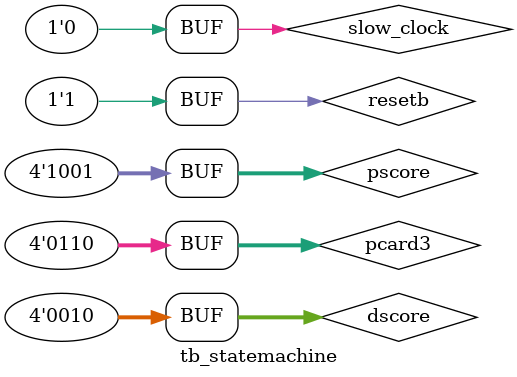
<source format=sv>
module tb_statemachine();
reg slow_clock;
reg resetb;
reg [3:0] dscore;
reg [3:0] pscore;
reg [3:0] pcard3;
wire load_pcard1;
wire load_pcard2;
wire load_pcard3;
wire load_dcard1;
wire load_dcard2;
wire load_dcard3;
wire player_win_light;
wire dealer_win_light;

reg error;

statemachine dut(slow_clock,resetb,dscore,pscore,pcard3,load_pcard1,load_pcard2,load_pcard3,load_dcard1,load_dcard2,load_dcard3,player_win_light,dealer_win_light);

task test;
input player_win_light_test;
input dealer_win_light_test;
input load_pcard1_test;
input load_pcard2_test;
input load_pcard3_test;
input load_dcard1_test;
input load_dcard2_test;
input load_dcard3_test;

error=1'b0;

	if(tb_statemachine.dut.player_win_light!=player_win_light_test)begin
		error=1'b1;
		$display("player_win_light_error");
		end
		
	if(tb_statemachine.dut.dealer_win_light!=dealer_win_light_test)begin
		error=1'b1;
		$display("dealer_win_light_error");
		end
	
	if(tb_statemachine.dut.load_pcard1!=load_pcard1_test)begin
		error=1'b1;
		$display("load_pcard1");
		end
		
	if(tb_statemachine.dut.load_pcard2!=load_pcard2_test)begin
		error=1'b1;
		$display("load_pcard2");
		end
		
	if(tb_statemachine.dut.load_pcard3!=load_pcard3_test)begin
		error=1'b1;
		$display("load_pcard3");
		end
		
	if(tb_statemachine.dut.load_dcard1!=load_dcard1_test)begin
		error=1'b1;
		$display("load_dcard1");
		end
		
	if(tb_statemachine.dut.load_dcard2!=load_dcard2_test)begin
		error=1'b1;
		$display("load_dcard2");
		end
		
	if(tb_statemachine.dut.load_dcard3!=load_dcard3_test)begin
		error=1'b1;
		$display("load_dcard3");
		end
		
endtask

initial begin

	resetb=1'b0;
	slow_clock=1'b0;
	#5;
	slow_clock=1'b1;
	#5
	slow_clock=1'b0;
	resetb=1'b1;
	#5

	slow_clock=1'b1; //testing a tie with two nines
	#5
	test(1'b0,1'b0,1'b1,1'b0,1'b0,1'b0,1'b0,1'b0);
	slow_clock=1'b0;
	#5
	slow_clock=1'b1;
	#5
	test(1'b0,1'b0,1'b0,1'b0,1'b0,1'b1,1'b0,1'b0);
	slow_clock=1'b0;
	#5
	slow_clock=1'b1;
	#5
	test(1'b0,1'b0,1'b0,1'b1,1'b0,1'b0,1'b0,1'b0);
	slow_clock=1'b0;
	#5
	slow_clock=1'b1;
	#5
	test(1'b0,1'b0,1'b0,1'b0,1'b0,1'b0,1'b1,1'b0);
	slow_clock=1'b0;
	dscore=9; pscore=9;
	#5
	slow_clock=1'b1;
	#5
	test(1'b1,1'b1,1'b0,1'b0,1'b0,1'b0,1'b0,1'b0);
	slow_clock=1'b0;
	resetb=1'b0;
	#5;
	slow_clock=1'b1;
	#5
	slow_clock=1'b0;
	resetb=1'b1;
	#5
	
	slow_clock=1'b1; //testing a player win 9-8
	#5
	test(1'b0,1'b0,1'b1,1'b0,1'b0,1'b0,1'b0,1'b0);
	slow_clock=1'b0;
	#5
	slow_clock=1'b1;
	#5
	test(1'b0,1'b0,1'b0,1'b0,1'b0,1'b1,1'b0,1'b0);
	slow_clock=1'b0;
	#5
	slow_clock=1'b1;
	#5
	test(1'b0,1'b0,1'b0,1'b1,1'b0,1'b0,1'b0,1'b0);
	slow_clock=1'b0;
	#5
	slow_clock=1'b1;
	#5
	test(1'b0,1'b0,1'b0,1'b0,1'b0,1'b0,1'b1,1'b0);
	slow_clock=1'b0;
	dscore=8; pscore=9;
	#5
	slow_clock=1'b1;
	#5
	test(1'b1,1'b0,1'b0,1'b0,1'b0,1'b0,1'b0,1'b0);
	slow_clock=1'b0;
	resetb=1'b0;
	#5;
	slow_clock=1'b1;
	#5
	slow_clock=1'b0;
	resetb=1'b1;
	#5
	
	slow_clock=1'b1; //testing a dealer win 8-9
	#5
	test(1'b0,1'b0,1'b1,1'b0,1'b0,1'b0,1'b0,1'b0);
	slow_clock=1'b0;
	#5
	slow_clock=1'b1;
	#5
	test(1'b0,1'b0,1'b0,1'b0,1'b0,1'b1,1'b0,1'b0);
	slow_clock=1'b0;
	#5
	slow_clock=1'b1;
	#5
	test(1'b0,1'b0,1'b0,1'b1,1'b0,1'b0,1'b0,1'b0);
	slow_clock=1'b0;
	#5
	slow_clock=1'b1;
	#5
	test(1'b0,1'b0,1'b0,1'b0,1'b0,1'b0,1'b1,1'b0);
	slow_clock=1'b0;
	dscore=9; pscore=9;
	#5
	slow_clock=1'b1;
	#5
	test(1'b1,1'b1,1'b0,1'b0,1'b0,1'b0,1'b0,1'b0);
	slow_clock=1'b0;
	resetb=1'b0;
	#5;
	slow_clock=1'b1;
	#5
	slow_clock=1'b0;
	resetb=1'b1;
	#5
	
	slow_clock=1'b1; //testing a player win 7-5 aka 2 card player 3 card dealer
	#5
	test(1'b0,1'b0,1'b1,1'b0,1'b0,1'b0,1'b0,1'b0);
	slow_clock=1'b0;
	#5
	slow_clock=1'b1;
	#5
	test(1'b0,1'b0,1'b0,1'b0,1'b0,1'b1,1'b0,1'b0);
	slow_clock=1'b0;
	#5
	slow_clock=1'b1;
	#5
	test(1'b0,1'b0,1'b0,1'b1,1'b0,1'b0,1'b0,1'b0);
	slow_clock=1'b0;
	#5
	slow_clock=1'b1;
	#5
	test(1'b0,1'b0,1'b0,1'b0,1'b0,1'b0,1'b1,1'b0);
	slow_clock=1'b0;
	dscore=5; pscore=6;
	#5
	slow_clock=1'b1;
	#5
	test(1'b0,1'b0,1'b0,1'b0,1'b0,1'b0,1'b0,1'b1);
	slow_clock=1'b0;
	#5
	slow_clock=1'b1;
	#5
	test(1'b1,1'b0,1'b0,1'b0,1'b0,1'b0,1'b0,1'b0);
	slow_clock=1'b0;
	resetb=1'b0;
	#5;
	slow_clock=1'b1;
	#5
	slow_clock=1'b0;
	resetb=1'b1;
	#5;

	slow_clock=1'b1; //testing a dealer win 7-5 aka 3 card player 2 card dealer
	#5
	test(1'b0,1'b0,1'b1,1'b0,1'b0,1'b0,1'b0,1'b0);
	slow_clock=1'b0;
	#5
	slow_clock=1'b1;
	#5
	test(1'b0,1'b0,1'b0,1'b0,1'b0,1'b1,1'b0,1'b0);
	slow_clock=1'b0;
	#5
	slow_clock=1'b1;
	#5
	test(1'b0,1'b0,1'b0,1'b1,1'b0,1'b0,1'b0,1'b0);
	slow_clock=1'b0;
	#5
	slow_clock=1'b1;
	#5
	test(1'b0,1'b0,1'b0,1'b0,1'b0,1'b0,1'b1,1'b0);
	slow_clock=1'b0;
	dscore=7; pscore=5;
	#5
	slow_clock=1'b1;
	#5
	test(1'b0,1'b0,1'b0,1'b0,1'b1,1'b0,1'b0,1'b0);
	slow_clock=1'b0;
	#5
	slow_clock=1'b1;
	#5
	test(1'b0,1'b1,1'b0,1'b0,1'b0,1'b0,1'b0,1'b0);
	slow_clock=1'b0;
	resetb=1'b0;
	#5;
	slow_clock=1'b1;
	#5
	slow_clock=1'b0;
	resetb=1'b1;
	#5;
	
	slow_clock=1'b1; //testing a dealer win 6-5 aka 3 card player 3 card dealer
	#5
	test(1'b0,1'b0,1'b1,1'b0,1'b0,1'b0,1'b0,1'b0);
	slow_clock=1'b0;
	#5
	slow_clock=1'b1;
	#5
	test(1'b0,1'b0,1'b0,1'b0,1'b0,1'b1,1'b0,1'b0);
	slow_clock=1'b0;
	#5
	slow_clock=1'b1;
	#5
	test(1'b0,1'b0,1'b0,1'b1,1'b0,1'b0,1'b0,1'b0);
	slow_clock=1'b0;
	#5
	slow_clock=1'b1;
	#5
	test(1'b0,1'b0,1'b0,1'b0,1'b0,1'b0,1'b1,1'b0);
	slow_clock=1'b0;
	dscore=6; pscore=5;
	#5
	slow_clock=1'b1;
	#5
	test(1'b0,1'b0,1'b0,1'b0,1'b1,1'b0,1'b0,1'b0);
	slow_clock=1'b0;
	pcard3=4'd6;
	pscore=5;
	#5
	slow_clock=1'b1;
	#5
	test(1'b0,1'b0,1'b0,1'b0,1'b0,1'b0,1'b0,1'b1);
	slow_clock=1'b0;
	#5
	slow_clock=1'b1;
	#5
	test(1'b0,1'b1,1'b0,1'b0,1'b0,1'b0,1'b0,1'b0);
	slow_clock=1'b0;
	resetb=1'b0;
	#5;
	slow_clock=1'b1;
	#5
	slow_clock=1'b0;
	resetb=1'b1;
	#5;
	
	slow_clock=1'b1; //testing a dealer win 5-5 aka 3 card player 3 card dealer
	#5
	test(1'b0,1'b0,1'b1,1'b0,1'b0,1'b0,1'b0,1'b0);
	slow_clock=1'b0;
	#5
	slow_clock=1'b1;
	#5
	test(1'b0,1'b0,1'b0,1'b0,1'b0,1'b1,1'b0,1'b0);
	slow_clock=1'b0;
	#5
	slow_clock=1'b1;
	#5
	test(1'b0,1'b0,1'b0,1'b1,1'b0,1'b0,1'b0,1'b0);
	slow_clock=1'b0;
	#5
	slow_clock=1'b1;
	#5
	test(1'b0,1'b0,1'b0,1'b0,1'b0,1'b0,1'b1,1'b0);
	slow_clock=1'b0;
	dscore=5; pscore=5;
	#5
	slow_clock=1'b1;
	#5
	test(1'b0,1'b0,1'b0,1'b0,1'b1,1'b0,1'b0,1'b0);
	slow_clock=1'b0;
	pcard3=4'd6;
	pscore=5;
	#5
	slow_clock=1'b1;
	#5
	test(1'b0,1'b0,1'b0,1'b0,1'b0,1'b0,1'b0,1'b1);
	slow_clock=1'b0;
	#5
	slow_clock=1'b1;
	#5
	test(1'b1,1'b1,1'b0,1'b0,1'b0,1'b0,1'b0,1'b0);
	slow_clock=1'b0;
	resetb=1'b0;
	#5;
	slow_clock=1'b1;
	#5
	slow_clock=1'b0;
	resetb=1'b1;
	#5;
	
	slow_clock=1'b1; //testing a dealer win 4-5 aka 3 card player 3 card dealer
	#5
	test(1'b0,1'b0,1'b1,1'b0,1'b0,1'b0,1'b0,1'b0);
	slow_clock=1'b0;
	#5
	slow_clock=1'b1;
	#5
	test(1'b0,1'b0,1'b0,1'b0,1'b0,1'b1,1'b0,1'b0);
	slow_clock=1'b0;
	#5
	slow_clock=1'b1;
	#5
	test(1'b0,1'b0,1'b0,1'b1,1'b0,1'b0,1'b0,1'b0);
	slow_clock=1'b0;
	#5
	slow_clock=1'b1;
	#5
	test(1'b0,1'b0,1'b0,1'b0,1'b0,1'b0,1'b1,1'b0);
	slow_clock=1'b0;
	dscore=4; pscore=5;
	#5
	slow_clock=1'b1;
	#5
	test(1'b0,1'b0,1'b0,1'b0,1'b1,1'b0,1'b0,1'b0);
	slow_clock=1'b0;
	pcard3=4'd6;
	pscore=5;
	#5
	slow_clock=1'b1;
	#5
	test(1'b0,1'b0,1'b0,1'b0,1'b0,1'b0,1'b0,1'b1);
	slow_clock=1'b0;
	#5
	slow_clock=1'b1;
	#5
	test(1'b1,1'b0,1'b0,1'b0,1'b0,1'b0,1'b0,1'b0);
	slow_clock=1'b0;
	resetb=1'b0;
	#5;
	slow_clock=1'b1;
	#5
	slow_clock=1'b0;
	resetb=1'b1;
	#5;
	
	slow_clock=1'b1; //testing a dealer win 3-5 aka 3 card player 3 card dealer
	#5
	test(1'b0,1'b0,1'b1,1'b0,1'b0,1'b0,1'b0,1'b0);
	slow_clock=1'b0;
	#5
	slow_clock=1'b1;
	#5
	test(1'b0,1'b0,1'b0,1'b0,1'b0,1'b1,1'b0,1'b0);
	slow_clock=1'b0;
	#5
	slow_clock=1'b1;
	#5
	test(1'b0,1'b0,1'b0,1'b1,1'b0,1'b0,1'b0,1'b0);
	slow_clock=1'b0;
	#5
	slow_clock=1'b1;
	#5
	test(1'b0,1'b0,1'b0,1'b0,1'b0,1'b0,1'b1,1'b0);
	slow_clock=1'b0;
	dscore=3; pscore=5;
	#5
	slow_clock=1'b1;
	#5
	test(1'b0,1'b0,1'b0,1'b0,1'b1,1'b0,1'b0,1'b0);
	slow_clock=1'b0;
	pcard3=4'd6;
	pscore=5;
	#5
	slow_clock=1'b1;
	#5
	test(1'b0,1'b0,1'b0,1'b0,1'b0,1'b0,1'b0,1'b1);
	slow_clock=1'b0;
	#5
	slow_clock=1'b1;
	#5
	test(1'b1,1'b0,1'b0,1'b0,1'b0,1'b0,1'b0,1'b0);
	slow_clock=1'b0;
	resetb=1'b0;
	#5;
	slow_clock=1'b1;
	#5
	slow_clock=1'b0;
	resetb=1'b1;
	#5;
	
	
	slow_clock=1'b1; //testing a dealer win 3-5 with the card being an 8
	#5

	test(1'b0,1'b0,1'b1,1'b0,1'b0,1'b0,1'b0,1'b0);
	slow_clock=1'b0;
	#5
	slow_clock=1'b1;
	#5
	test(1'b0,1'b0,1'b0,1'b0,1'b0,1'b1,1'b0,1'b0);
	slow_clock=1'b0;
	#5
	slow_clock=1'b1;
	#5
	test(1'b0,1'b0,1'b0,1'b1,1'b0,1'b0,1'b0,1'b0);
	slow_clock=1'b0;
	#5
	slow_clock=1'b1;
	#5
	test(1'b0,1'b0,1'b0,1'b0,1'b0,1'b0,1'b1,1'b0);
	slow_clock=1'b0;
	dscore=3; pscore=5;
	#5
	slow_clock=1'b1;
	#5
	test(1'b0,1'b0,1'b0,1'b0,1'b1,1'b0,1'b0,1'b0);
	slow_clock=1'b0;
	pcard3=4'd8;
	#5
	slow_clock=1'b1;
	#5
	test(1'b1,1'b0,1'b0,1'b0,1'b0,1'b0,1'b0,1'b0);
	slow_clock=1'b0;
	resetb=1'b0;
	#5;
	slow_clock=1'b1;
	#5
	slow_clock=1'b0;
	resetb=1'b1;
	#5;

		slow_clock=1'b1; //testing a dealer win 2-5 aka 3 card player 3 card dealer
	#5
	test(1'b0,1'b0,1'b1,1'b0,1'b0,1'b0,1'b0,1'b0);
	slow_clock=1'b0;
	#5
	slow_clock=1'b1;
	#5
	test(1'b0,1'b0,1'b0,1'b0,1'b0,1'b1,1'b0,1'b0);
	slow_clock=1'b0;
	#5
	slow_clock=1'b1;
	#5
	test(1'b0,1'b0,1'b0,1'b1,1'b0,1'b0,1'b0,1'b0);
	slow_clock=1'b0;
	#5
	slow_clock=1'b1;
	#5
	test(1'b0,1'b0,1'b0,1'b0,1'b0,1'b0,1'b1,1'b0);
	slow_clock=1'b0;
	dscore=2; pscore=5;
	#5
	slow_clock=1'b1;
	#5
	test(1'b0,1'b0,1'b0,1'b0,1'b1,1'b0,1'b0,1'b0);
	slow_clock=1'b0;
	pcard3=4'd6;
	pscore=5;
	#5
	slow_clock=1'b1;
	#5
	test(1'b0,1'b0,1'b0,1'b0,1'b0,1'b0,1'b0,1'b1);
	slow_clock=1'b0;
	#5
	slow_clock=1'b1;
	#5
	test(1'b1,1'b0,1'b0,1'b0,1'b0,1'b0,1'b0,1'b0);
	slow_clock=1'b0;
	resetb=1'b0;
	#5;
	slow_clock=1'b1;
	#5
	slow_clock=1'b0;
	resetb=1'b1;
	#5;
	
		slow_clock=1'b1; //testing a dealer win 1-5 aka 3 card player 3 card dealer
	#5
	test(1'b0,1'b0,1'b1,1'b0,1'b0,1'b0,1'b0,1'b0);
	slow_clock=1'b0;
	#5
	slow_clock=1'b1;
	#5
	test(1'b0,1'b0,1'b0,1'b0,1'b0,1'b1,1'b0,1'b0);
	slow_clock=1'b0;
	#5
	slow_clock=1'b1;
	#5
	test(1'b0,1'b0,1'b0,1'b1,1'b0,1'b0,1'b0,1'b0);
	slow_clock=1'b0;
	#5
	slow_clock=1'b1;
	#5
	test(1'b0,1'b0,1'b0,1'b0,1'b0,1'b0,1'b1,1'b0);
	slow_clock=1'b0;
	dscore=1; pscore=5;
	#5
	slow_clock=1'b1;
	#5
	test(1'b0,1'b0,1'b0,1'b0,1'b1,1'b0,1'b0,1'b0);
	slow_clock=1'b0;
	pcard3=4'd6;
	pscore=5;
	#5
	slow_clock=1'b1;
	#5
	test(1'b0,1'b0,1'b0,1'b0,1'b0,1'b0,1'b0,1'b1);
	slow_clock=1'b0;
	#5
	slow_clock=1'b1;
	#5
	test(1'b1,1'b0,1'b0,1'b0,1'b0,1'b0,1'b0,1'b0);
	slow_clock=1'b0;
	resetb=1'b0;
	#5;
	slow_clock=1'b1;
	#5
	slow_clock=1'b0;
	resetb=1'b1;
	#5;
	
		slow_clock=1'b1; //testing a dealer win 0-5 aka 3 card player 3 card dealer
	#5
	test(1'b0,1'b0,1'b1,1'b0,1'b0,1'b0,1'b0,1'b0);
	slow_clock=1'b0;
	#5
	slow_clock=1'b1;
	#5
	test(1'b0,1'b0,1'b0,1'b0,1'b0,1'b1,1'b0,1'b0);
	slow_clock=1'b0;
	#5
	slow_clock=1'b1;
	#5
	test(1'b0,1'b0,1'b0,1'b1,1'b0,1'b0,1'b0,1'b0);
	slow_clock=1'b0;
	#5
	slow_clock=1'b1;
	#5
	test(1'b0,1'b0,1'b0,1'b0,1'b0,1'b0,1'b1,1'b0);
	slow_clock=1'b0;
	dscore=0; pscore=5;
	#5
	slow_clock=1'b1;
	#5
	test(1'b0,1'b0,1'b0,1'b0,1'b1,1'b0,1'b0,1'b0);
	slow_clock=1'b0;
	pcard3=4'd6;
	pscore=5;
	#5
	slow_clock=1'b1;
	#5
	test(1'b0,1'b0,1'b0,1'b0,1'b0,1'b0,1'b0,1'b1);
	slow_clock=1'b0;
	#5
	slow_clock=1'b1;
	#5
	test(1'b1,1'b0,1'b0,1'b0,1'b0,1'b0,1'b0,1'b0);
	slow_clock=1'b0;
	resetb=1'b0;
	#5;
	slow_clock=1'b1;
	#5
	slow_clock=1'b0;
	resetb=1'b1;
	#5;
	
	slow_clock=1'b1; //testing a tie 7-7
	#5
	test(1'b0,1'b0,1'b1,1'b0,1'b0,1'b0,1'b0,1'b0);
	slow_clock=1'b0;
	#5
	slow_clock=1'b1;
	#5
	test(1'b0,1'b0,1'b0,1'b0,1'b0,1'b1,1'b0,1'b0);
	slow_clock=1'b0;
	#5
	slow_clock=1'b1;
	#5
	test(1'b0,1'b0,1'b0,1'b1,1'b0,1'b0,1'b0,1'b0);
	slow_clock=1'b0;
	#5
	slow_clock=1'b1;
	#5
	test(1'b0,1'b0,1'b0,1'b0,1'b0,1'b0,1'b1,1'b0);
	slow_clock=1'b0;
	dscore=7; pscore=7;
	#5
	slow_clock=1'b1;
	#5
	test(1'b1,1'b1,1'b0,1'b0,1'b0,1'b0,1'b0,1'b0);
	slow_clock=1'b0;
	resetb=1'b0;
	#5;
	slow_clock=1'b1;
	#5
	slow_clock=1'b0;
	resetb=1'b1;
	#5
	
	slow_clock=1'b1; //testing a tie 7-7
	#5
	test(1'b0,1'b0,1'b1,1'b0,1'b0,1'b0,1'b0,1'b0);
	slow_clock=1'b0;
	#5
	slow_clock=1'b1;
	#5
	test(1'b0,1'b0,1'b0,1'b0,1'b0,1'b1,1'b0,1'b0);
	slow_clock=1'b0;
	#5
	slow_clock=1'b1;
	#5
	test(1'b0,1'b0,1'b0,1'b1,1'b0,1'b0,1'b0,1'b0);
	slow_clock=1'b0;
	#5
	slow_clock=1'b1;
	#5
	test(1'b0,1'b0,1'b0,1'b0,1'b0,1'b0,1'b1,1'b0);
	slow_clock=1'b0;
	dscore=7; pscore=4;
	#5
	slow_clock=1'b1;
	#5
	test(1'b1,1'b1,1'b0,1'b0,1'b0,1'b0,1'b0,1'b0);
	slow_clock=1'b0;
	pcard3=4'd6;
	pscore=5;
	#5
	slow_clock=1'b1;
	#5
	test(1'b0,1'b1,1'b0,1'b0,1'b0,1'b0,1'b0,1'b1);
	slow_clock=1'b0;
	resetb=1'b0;
	#5;
	slow_clock=1'b1;
	#5
	slow_clock=1'b0;
	resetb=1'b1;
	#5
	
	slow_clock=1'b1; //testing a dealer win 6-5 aka 3 card player 3 card dealer
	#5
	test(1'b0,1'b0,1'b1,1'b0,1'b0,1'b0,1'b0,1'b0);
	slow_clock=1'b0;
	#5
	slow_clock=1'b1;
	#5
	test(1'b0,1'b0,1'b0,1'b0,1'b0,1'b1,1'b0,1'b0);
	slow_clock=1'b0;
	#5
	slow_clock=1'b1;
	#5
	test(1'b0,1'b0,1'b0,1'b1,1'b0,1'b0,1'b0,1'b0);
	slow_clock=1'b0;
	#5
	slow_clock=1'b1;
	#5
	test(1'b0,1'b0,1'b0,1'b0,1'b0,1'b0,1'b1,1'b0);
	slow_clock=1'b0;
	dscore=6; pscore=5;
	#5
	slow_clock=1'b1;
	#5
	test(1'b0,1'b0,1'b0,1'b0,1'b1,1'b0,1'b0,1'b0);
	slow_clock=1'b0;
	pcard3=4'd2;
	pscore=5;
	#5
	slow_clock=1'b1;
	#5
	test(1'b0,1'b0,1'b0,1'b0,1'b0,1'b0,1'b0,1'b1);
	slow_clock=1'b0;
	#5
	slow_clock=1'b1;
	#5
	test(1'b0,1'b1,1'b0,1'b0,1'b0,1'b0,1'b0,1'b0);
	slow_clock=1'b0;
	resetb=1'b0;
	#5;
	slow_clock=1'b1;
	#5
	slow_clock=1'b0;
	resetb=1'b1;
	#5;
	
	test(1'b1,1'b1,1'b1,1'b1,1'b1,1'b1,1'b1,1'b1);
	#2;
	pcard3=4'b1111;
	#1;
	pcard3=4'b0;
	#2;
	pscore=4'b1111;
	#1;
	pscore=4'b0;
	#2;
	dscore=4'b1111;
	#1;
	dscore=4'b0;
	
	slow_clock=1'b1; //testing a dealer win 7-5 aka 3 card player 2 card dealer
	#5
	test(1'b0,1'b0,1'b1,1'b0,1'b0,1'b0,1'b0,1'b0);
	slow_clock=1'b0;
	#5
	slow_clock=1'b1;
	#5
	test(1'b0,1'b0,1'b0,1'b0,1'b0,1'b1,1'b0,1'b0);
	slow_clock=1'b0;
	#5
	slow_clock=1'b1;
	#5
	test(1'b0,1'b0,1'b0,1'b1,1'b0,1'b0,1'b0,1'b0);
	slow_clock=1'b0;
	#5
	slow_clock=1'b1;
	#5
	test(1'b0,1'b0,1'b0,1'b0,1'b0,1'b0,1'b1,1'b0);
	slow_clock=1'b0;
	dscore=5; pscore=5;
	#5
	slow_clock=1'b1;
	#5
	test(1'b0,1'b0,1'b0,1'b0,1'b1,1'b0,1'b0,1'b0);
	slow_clock=1'b0;
	dscore=7;
	#5
	slow_clock=1'b1;
	#5
	test(1'b0,1'b1,1'b0,1'b0,1'b0,1'b0,1'b0,1'b0);
	slow_clock=1'b0;
	resetb=1'b0;
	#5;
	slow_clock=1'b1;
	#5
	slow_clock=1'b0;
	#5;
	slow_clock=1'b1;
	#5
	slow_clock=1'b0;
	#5;
	slow_clock=1'b1;
	#5
	slow_clock=1'b0;
	resetb=1'b1;
	#5;
	
	pcard3=4'b1111;  //start of testing every possible combination in the pattern 0-0, 0-1, 1-0, 1-1 etc.
	pscore=4'b0;
	dscore=4'b0;
	#5;
	slow_clock=1'b1;
	#5
	slow_clock=1'b0;
	#5;
	slow_clock=1'b1;
	#5
	slow_clock=1'b0;
	#5;
	slow_clock=1'b1;
	#5
	slow_clock=1'b0;
	#5;
	slow_clock=1'b1;
	#5
	slow_clock=1'b0;
	#5;
	slow_clock=1'b1;
	#5
	slow_clock=1'b0;
	#5;
	slow_clock=1'b1;
	#5
	slow_clock=1'b0;
	#5;
	slow_clock=1'b1;
	#5
	slow_clock=1'b0;
	#5;
	slow_clock=1'b1;
	#5
	slow_clock=1'b0;
	#5;
	slow_clock=1'b1;
	#5
	slow_clock=1'b0;
	#5
	resetb=1'b0;
	#5;
	slow_clock=1'b1;
	#5
	slow_clock=1'b0;
	#5
	resetb=1'b1;
	
	pcard3=4'b1111;
	pscore=4'b1;
	dscore=4'b0;
	#5;
	slow_clock=1'b1;
	#5
	slow_clock=1'b0;
	#5;
	slow_clock=1'b1;
	#5
	slow_clock=1'b0;
	#5;
	slow_clock=1'b1;
	#5
	slow_clock=1'b0;
	#5;
	slow_clock=1'b1;
	#5
	slow_clock=1'b0;
	#5;
	slow_clock=1'b1;
	#5
	slow_clock=1'b0;
	#5;
	slow_clock=1'b1;
	#5
	slow_clock=1'b0;
	#5;
	slow_clock=1'b1;
	#5
	slow_clock=1'b0;
	#5;
	slow_clock=1'b1;
	#5
	slow_clock=1'b0;
	#5;
	slow_clock=1'b1;
	#5
	slow_clock=1'b0;
	#5
	resetb=1'b0;
	#5;
	slow_clock=1'b1;
	#5
	slow_clock=1'b0;
	#5
	resetb=1'b1;
	
		pcard3=4'b1111;
	pscore=4'b0;
	dscore=4'b1;
	#5;
	slow_clock=1'b1;
	#5
	slow_clock=1'b0;
	#5;
	slow_clock=1'b1;
	#5
	slow_clock=1'b0;
	#5;
	slow_clock=1'b1;
	#5
	slow_clock=1'b0;
	#5;
	slow_clock=1'b1;
	#5
	slow_clock=1'b0;
	#5;
	slow_clock=1'b1;
	#5
	slow_clock=1'b0;
	#5;
	slow_clock=1'b1;
	#5
	slow_clock=1'b0;
	#5;
	slow_clock=1'b1;
	#5
	slow_clock=1'b0;
	#5;
	slow_clock=1'b1;
	#5
	slow_clock=1'b0;
	#5;
	slow_clock=1'b1;
	#5
	slow_clock=1'b0;
	#5
	resetb=1'b0;
	#5;
	slow_clock=1'b1;
	#5
	slow_clock=1'b0;
	#5
	resetb=1'b1;
	
	pcard3=4'b1111;
	pscore=4'b1;
	dscore=4'b1;
	#5;
	slow_clock=1'b1;
	#5
	slow_clock=1'b0;
	#5;
	slow_clock=1'b1;
	#5
	slow_clock=1'b0;
	#5;
	slow_clock=1'b1;
	#5
	slow_clock=1'b0;
	#5;
	slow_clock=1'b1;
	#5
	slow_clock=1'b0;
	#5;
	slow_clock=1'b1;
	#5
	slow_clock=1'b0;
	#5;
	slow_clock=1'b1;
	#5
	slow_clock=1'b0;
	#5;
	slow_clock=1'b1;
	#5
	slow_clock=1'b0;
	#5;
	slow_clock=1'b1;
	#5
	slow_clock=1'b0;
	#5;
	slow_clock=1'b1;
	#5
	slow_clock=1'b0;
	#5
	resetb=1'b0;
	#5;
	slow_clock=1'b1;
	#5
	slow_clock=1'b0;
	#5
	resetb=1'b1;
	
	
	
	pcard3=4'b1111;
	pscore=4'd3;
	dscore=4'd3;
	#5;
	slow_clock=1'b1;
	#5
	slow_clock=1'b0;
	#5;
	slow_clock=1'b1;
	#5
	slow_clock=1'b0;
	#5;
	slow_clock=1'b1;
	#5
	slow_clock=1'b0;
	#5;
	slow_clock=1'b1;
	#5
	slow_clock=1'b0;
	#5;
	slow_clock=1'b1;
	#5
	slow_clock=1'b0;
	#5;
	slow_clock=1'b1;
	#5
	slow_clock=1'b0;
	#5;
	slow_clock=1'b1;
	#5
	slow_clock=1'b0;
	#5;
	slow_clock=1'b1;
	#5
	slow_clock=1'b0;
	#5;
	slow_clock=1'b1;
	#5
	slow_clock=1'b0;
	#5
	resetb=1'b0;
	#5;
	slow_clock=1'b1;
	#5
	slow_clock=1'b0;
	#5
	resetb=1'b1;
	
	pcard3=4'b1111;
	pscore=4'd2;
	dscore=4'd1;
	#5;
	slow_clock=1'b1;
	#5
	slow_clock=1'b0;
	#5;
	slow_clock=1'b1;
	#5
	slow_clock=1'b0;
	#5;
	slow_clock=1'b1;
	#5
	slow_clock=1'b0;
	#5;
	slow_clock=1'b1;
	#5
	slow_clock=1'b0;
	#5;
	slow_clock=1'b1;
	#5
	slow_clock=1'b0;
	#5;
	slow_clock=1'b1;
	#5
	slow_clock=1'b0;
	#5;
	slow_clock=1'b1;
	#5
	slow_clock=1'b0;
	#5;
	slow_clock=1'b1;
	#5
	slow_clock=1'b0;
	#5;
	slow_clock=1'b1;
	#5
	slow_clock=1'b0;
	#5
	resetb=1'b0;
	#5;
	slow_clock=1'b1;
	#5
	slow_clock=1'b0;
	#5
	resetb=1'b1;
	
		pcard3=4'b1111;
	pscore=4'd1;
	dscore=4'd2;
	#5;
	slow_clock=1'b1;
	#5
	slow_clock=1'b0;
	#5;
	slow_clock=1'b1;
	#5
	slow_clock=1'b0;
	#5;
	slow_clock=1'b1;
	#5
	slow_clock=1'b0;
	#5;
	slow_clock=1'b1;
	#5
	slow_clock=1'b0;
	#5;
	slow_clock=1'b1;
	#5
	slow_clock=1'b0;
	#5;
	slow_clock=1'b1;
	#5
	slow_clock=1'b0;
	#5;
	slow_clock=1'b1;
	#5
	slow_clock=1'b0;
	#5;
	slow_clock=1'b1;
	#5
	slow_clock=1'b0;
	#5;
	slow_clock=1'b1;
	#5
	slow_clock=1'b0;
	#5
	resetb=1'b0;
	#5;
	slow_clock=1'b1;
	#5
	slow_clock=1'b0;
	#5
	resetb=1'b1;
	
	pcard3=4'b1111;
	pscore=4'd2;
	dscore=4'd2;
	#5;
	slow_clock=1'b1;
	#5
	slow_clock=1'b0;
	#5;
	slow_clock=1'b1;
	#5
	slow_clock=1'b0;
	#5;
	slow_clock=1'b1;
	#5
	slow_clock=1'b0;
	#5;
	slow_clock=1'b1;
	#5
	slow_clock=1'b0;
	#5;
	slow_clock=1'b1;
	#5
	slow_clock=1'b0;
	#5;
	slow_clock=1'b1;
	#5
	slow_clock=1'b0;
	#5;
	slow_clock=1'b1;
	#5
	slow_clock=1'b0;
	#5;
	slow_clock=1'b1;
	#5
	slow_clock=1'b0;
	#5;
	slow_clock=1'b1;
	#5
	slow_clock=1'b0;
	#5
	resetb=1'b0;
	#5;
	slow_clock=1'b1;
	#5
	slow_clock=1'b0;
	#5
	resetb=1'b1;
	
		pcard3=4'b1111;
	pscore=4'd2;
	dscore=4'd3;
	#5;
	slow_clock=1'b1;
	#5
	slow_clock=1'b0;
	#5;
	slow_clock=1'b1;
	#5
	slow_clock=1'b0;
	#5;
	slow_clock=1'b1;
	#5
	slow_clock=1'b0;
	#5;
	slow_clock=1'b1;
	#5
	slow_clock=1'b0;
	#5;
	slow_clock=1'b1;
	#5
	slow_clock=1'b0;
	#5;
	slow_clock=1'b1;
	#5
	slow_clock=1'b0;
	#5;
	slow_clock=1'b1;
	#5
	slow_clock=1'b0;
	#5;
	slow_clock=1'b1;
	#5
	slow_clock=1'b0;
	#5;
	slow_clock=1'b1;
	#5
	slow_clock=1'b0;
	#5
	resetb=1'b0;
	#5;
	slow_clock=1'b1;
	#5
	slow_clock=1'b0;
	#5
	resetb=1'b1;
	
	pcard3=4'b1111;
	pscore=4'd3;
	dscore=4'd2;
	#5;
	slow_clock=1'b1;
	#5
	slow_clock=1'b0;
	#5;
	slow_clock=1'b1;
	#5
	slow_clock=1'b0;
	#5;
	slow_clock=1'b1;
	#5
	slow_clock=1'b0;
	#5;
	slow_clock=1'b1;
	#5
	slow_clock=1'b0;
	#5;
	slow_clock=1'b1;
	#5
	slow_clock=1'b0;
	#5;
	slow_clock=1'b1;
	#5
	slow_clock=1'b0;
	#5;
	slow_clock=1'b1;
	#5
	slow_clock=1'b0;
	#5;
	slow_clock=1'b1;
	#5
	slow_clock=1'b0;
	#5;
	slow_clock=1'b1;
	#5
	slow_clock=1'b0;
	#5
	resetb=1'b0;
	#5;
	slow_clock=1'b1;
	#5
	slow_clock=1'b0;
	#5
	resetb=1'b1;
	
		pcard3=4'b1111;
	pscore=4'd3;
	dscore=4'd4;
	#5;
	slow_clock=1'b1;
	#5
	slow_clock=1'b0;
	#5;
	slow_clock=1'b1;
	#5
	slow_clock=1'b0;
	#5;
	slow_clock=1'b1;
	#5
	slow_clock=1'b0;
	#5;
	slow_clock=1'b1;
	#5
	slow_clock=1'b0;
	#5;
	slow_clock=1'b1;
	#5
	slow_clock=1'b0;
	#5;
	slow_clock=1'b1;
	#5
	slow_clock=1'b0;
	#5;
	slow_clock=1'b1;
	#5
	slow_clock=1'b0;
	#5;
	slow_clock=1'b1;
	#5
	slow_clock=1'b0;
	#5;
	slow_clock=1'b1;
	#5
	slow_clock=1'b0;
	#5
	resetb=1'b0;
	#5;
	slow_clock=1'b1;
	#5
	slow_clock=1'b0;
	#5
	resetb=1'b1;
	
	pcard3=4'b1111;
	pscore=4'd4;
	dscore=4'd3;
	#5;
	slow_clock=1'b1;
	#5
	slow_clock=1'b0;
	#5;
	slow_clock=1'b1;
	#5
	slow_clock=1'b0;
	#5;
	slow_clock=1'b1;
	#5
	slow_clock=1'b0;
	#5;
	slow_clock=1'b1;
	#5
	slow_clock=1'b0;
	#5;
	slow_clock=1'b1;
	#5
	slow_clock=1'b0;
	#5;
	slow_clock=1'b1;
	#5
	slow_clock=1'b0;
	#5;
	slow_clock=1'b1;
	#5
	slow_clock=1'b0;
	#5;
	slow_clock=1'b1;
	#5
	slow_clock=1'b0;
	#5;
	slow_clock=1'b1;
	#5
	slow_clock=1'b0;
	#5
	resetb=1'b0;
	#5;
	slow_clock=1'b1;
	#5
	slow_clock=1'b0;
	#5
	resetb=1'b1;
	
	
	
	pcard3=4'b1111;
	pscore=4'd4;
	dscore=4'd4;
	#5;
	slow_clock=1'b1;
	#5
	slow_clock=1'b0;
	#5;
	slow_clock=1'b1;
	#5
	slow_clock=1'b0;
	#5;
	slow_clock=1'b1;
	#5
	slow_clock=1'b0;
	#5;
	slow_clock=1'b1;
	#5
	slow_clock=1'b0;
	#5;
	slow_clock=1'b1;
	#5
	slow_clock=1'b0;
	#5;
	slow_clock=1'b1;
	#5
	slow_clock=1'b0;
	#5;
	slow_clock=1'b1;
	#5
	slow_clock=1'b0;
	#5;
	slow_clock=1'b1;
	#5
	slow_clock=1'b0;
	#5;
	slow_clock=1'b1;
	#5
	slow_clock=1'b0;
	#5
	resetb=1'b0;
	#5;
	slow_clock=1'b1;
	#5
	slow_clock=1'b0;
	#5
	resetb=1'b1;
	
	pcard3=4'b1111;
	pscore=4'd4;
	dscore=4'd5;
	#5;
	slow_clock=1'b1;
	#5
	slow_clock=1'b0;
	#5;
	slow_clock=1'b1;
	#5
	slow_clock=1'b0;
	#5;
	slow_clock=1'b1;
	#5
	slow_clock=1'b0;
	#5;
	slow_clock=1'b1;
	#5
	slow_clock=1'b0;
	#5;
	slow_clock=1'b1;
	#5
	slow_clock=1'b0;
	#5;
	slow_clock=1'b1;
	#5
	slow_clock=1'b0;
	#5;
	slow_clock=1'b1;
	#5
	slow_clock=1'b0;
	#5;
	slow_clock=1'b1;
	#5
	slow_clock=1'b0;
	#5;
	slow_clock=1'b1;
	#5
	slow_clock=1'b0;
	#5
	resetb=1'b0;
	#5;
	slow_clock=1'b1;
	#5
	slow_clock=1'b0;
	#5
	resetb=1'b1;
	
		pcard3=4'b1111;
	pscore=4'd5;
	dscore=4'd4;
	#5;
	slow_clock=1'b1;
	#5
	slow_clock=1'b0;
	#5;
	slow_clock=1'b1;
	#5
	slow_clock=1'b0;
	#5;
	slow_clock=1'b1;
	#5
	slow_clock=1'b0;
	#5;
	slow_clock=1'b1;
	#5
	slow_clock=1'b0;
	#5;
	slow_clock=1'b1;
	#5
	slow_clock=1'b0;
	#5;
	slow_clock=1'b1;
	#5
	slow_clock=1'b0;
	#5;
	slow_clock=1'b1;
	#5
	slow_clock=1'b0;
	#5;
	slow_clock=1'b1;
	#5
	slow_clock=1'b0;
	#5;
	slow_clock=1'b1;
	#5
	slow_clock=1'b0;
	#5
	resetb=1'b0;
	#5;
	slow_clock=1'b1;
	#5
	slow_clock=1'b0;
	#5
	resetb=1'b1;
	
	pcard3=4'b1111;
	pscore=4'd5;
	dscore=4'd5;
	#5;
	slow_clock=1'b1;
	#5
	slow_clock=1'b0;
	#5;
	slow_clock=1'b1;
	#5
	slow_clock=1'b0;
	#5;
	slow_clock=1'b1;
	#5
	slow_clock=1'b0;
	#5;
	slow_clock=1'b1;
	#5
	slow_clock=1'b0;
	#5;
	slow_clock=1'b1;
	#5
	slow_clock=1'b0;
	#5;
	slow_clock=1'b1;
	#5
	slow_clock=1'b0;
	#5;
	slow_clock=1'b1;
	#5
	slow_clock=1'b0;
	#5;
	slow_clock=1'b1;
	#5
	slow_clock=1'b0;
	#5;
	slow_clock=1'b1;
	#5
	slow_clock=1'b0;
	#5
	resetb=1'b0;
	#5;
	slow_clock=1'b1;
	#5
	slow_clock=1'b0;
	#5
	resetb=1'b1;
	
		pcard3=4'b1111;
	pscore=4'd5;
	dscore=4'd6;
	#5;
	slow_clock=1'b1;
	#5
	slow_clock=1'b0;
	#5;
	slow_clock=1'b1;
	#5
	slow_clock=1'b0;
	#5;
	slow_clock=1'b1;
	#5
	slow_clock=1'b0;
	#5;
	slow_clock=1'b1;
	#5
	slow_clock=1'b0;
	#5;
	slow_clock=1'b1;
	#5
	slow_clock=1'b0;
	#5;
	slow_clock=1'b1;
	#5
	slow_clock=1'b0;
	#5;
	slow_clock=1'b1;
	#5
	slow_clock=1'b0;
	#5;
	slow_clock=1'b1;
	#5
	slow_clock=1'b0;
	#5;
	slow_clock=1'b1;
	#5
	slow_clock=1'b0;
	#5
	resetb=1'b0;
	#5;
	slow_clock=1'b1;
	#5
	slow_clock=1'b0;
	#5
	resetb=1'b1;
	
	pcard3=4'b1111;
	pscore=4'd6;
	dscore=4'd5;
	#5;
	slow_clock=1'b1;
	#5
	slow_clock=1'b0;
	#5;
	slow_clock=1'b1;
	#5
	slow_clock=1'b0;
	#5;
	slow_clock=1'b1;
	#5
	slow_clock=1'b0;
	#5;
	slow_clock=1'b1;
	#5
	slow_clock=1'b0;
	#5;
	slow_clock=1'b1;
	#5
	slow_clock=1'b0;
	#5;
	slow_clock=1'b1;
	#5
	slow_clock=1'b0;
	#5;
	slow_clock=1'b1;
	#5
	slow_clock=1'b0;
	#5;
	slow_clock=1'b1;
	#5
	slow_clock=1'b0;
	#5;
	slow_clock=1'b1;
	#5
	slow_clock=1'b0;
	#5
	resetb=1'b0;
	#5;
	slow_clock=1'b1;
	#5
	slow_clock=1'b0;
	#5
	resetb=1'b1;
	
		pcard3=4'b1111;
	pscore=4'd6;
	dscore=4'd6;
	#5;
	slow_clock=1'b1;
	#5
	slow_clock=1'b0;
	#5;
	slow_clock=1'b1;
	#5
	slow_clock=1'b0;
	#5;
	slow_clock=1'b1;
	#5
	slow_clock=1'b0;
	#5;
	slow_clock=1'b1;
	#5
	slow_clock=1'b0;
	#5;
	slow_clock=1'b1;
	#5
	slow_clock=1'b0;
	#5;
	slow_clock=1'b1;
	#5
	slow_clock=1'b0;
	#5;
	slow_clock=1'b1;
	#5
	slow_clock=1'b0;
	#5;
	slow_clock=1'b1;
	#5
	slow_clock=1'b0;
	#5;
	slow_clock=1'b1;
	#5
	slow_clock=1'b0;
	#5
	resetb=1'b0;
	#5;
	slow_clock=1'b1;
	#5
	slow_clock=1'b0;
	#5
	resetb=1'b1;
	
	pcard3=4'b1111;
	pscore=4'd6;
	dscore=4'd7;
	#5;
	slow_clock=1'b1;
	#5
	slow_clock=1'b0;
	#5;
	slow_clock=1'b1;
	#5
	slow_clock=1'b0;
	#5;
	slow_clock=1'b1;
	#5
	slow_clock=1'b0;
	#5;
	slow_clock=1'b1;
	#5
	slow_clock=1'b0;
	#5;
	slow_clock=1'b1;
	#5
	slow_clock=1'b0;
	#5;
	slow_clock=1'b1;
	#5
	slow_clock=1'b0;
	#5;
	slow_clock=1'b1;
	#5
	slow_clock=1'b0;
	#5;
	slow_clock=1'b1;
	#5
	slow_clock=1'b0;
	#5;
	slow_clock=1'b1;
	#5
	slow_clock=1'b0;
	#5
	resetb=1'b0;
	#5;
	slow_clock=1'b1;
	#5
	slow_clock=1'b0;
	#5
	resetb=1'b1;
	
	
	
	pcard3=4'b1111;
	pscore=4'd7;
	dscore=4'd6;
	#5;
	slow_clock=1'b1;
	#5
	slow_clock=1'b0;
	#5;
	slow_clock=1'b1;
	#5
	slow_clock=1'b0;
	#5;
	slow_clock=1'b1;
	#5
	slow_clock=1'b0;
	#5;
	slow_clock=1'b1;
	#5
	slow_clock=1'b0;
	#5;
	slow_clock=1'b1;
	#5
	slow_clock=1'b0;
	#5;
	slow_clock=1'b1;
	#5
	slow_clock=1'b0;
	#5;
	slow_clock=1'b1;
	#5
	slow_clock=1'b0;
	#5;
	slow_clock=1'b1;
	#5
	slow_clock=1'b0;
	#5;
	slow_clock=1'b1;
	#5
	slow_clock=1'b0;
	#5
	resetb=1'b0;
	#5;
	slow_clock=1'b1;
	#5
	slow_clock=1'b0;
	#5
	resetb=1'b1;
	
	pcard3=4'b1111;
	pscore=4'd7;
	dscore=4'd7;
	#5;
	slow_clock=1'b1;
	#5
	slow_clock=1'b0;
	#5;
	slow_clock=1'b1;
	#5
	slow_clock=1'b0;
	#5;
	slow_clock=1'b1;
	#5
	slow_clock=1'b0;
	#5;
	slow_clock=1'b1;
	#5
	slow_clock=1'b0;
	#5;
	slow_clock=1'b1;
	#5
	slow_clock=1'b0;
	#5;
	slow_clock=1'b1;
	#5
	slow_clock=1'b0;
	#5;
	slow_clock=1'b1;
	#5
	slow_clock=1'b0;
	#5;
	slow_clock=1'b1;
	#5
	slow_clock=1'b0;
	#5;
	slow_clock=1'b1;
	#5
	slow_clock=1'b0;
	#5
	resetb=1'b0;
	#5;
	slow_clock=1'b1;
	#5
	slow_clock=1'b0;
	#5
	resetb=1'b1;
	
		pcard3=4'b1111;
	pscore=4'd7;
	dscore=4'd8;
	#5;
	slow_clock=1'b1;
	#5
	slow_clock=1'b0;
	#5;
	slow_clock=1'b1;
	#5
	slow_clock=1'b0;
	#5;
	slow_clock=1'b1;
	#5
	slow_clock=1'b0;
	#5;
	slow_clock=1'b1;
	#5
	slow_clock=1'b0;
	#5;
	slow_clock=1'b1;
	#5
	slow_clock=1'b0;
	#5;
	slow_clock=1'b1;
	#5
	slow_clock=1'b0;
	#5;
	slow_clock=1'b1;
	#5
	slow_clock=1'b0;
	#5;
	slow_clock=1'b1;
	#5
	slow_clock=1'b0;
	#5;
	slow_clock=1'b1;
	#5
	slow_clock=1'b0;
	#5
	resetb=1'b0;
	#5;
	slow_clock=1'b1;
	#5
	slow_clock=1'b0;
	#5
	resetb=1'b1;
	
	pcard3=4'b1111;
	pscore=4'd8;
	dscore=4'd8;
	#5;
	slow_clock=1'b1;
	#5
	slow_clock=1'b0;
	#5;
	slow_clock=1'b1;
	#5
	slow_clock=1'b0;
	#5;
	slow_clock=1'b1;
	#5
	slow_clock=1'b0;
	#5;
	slow_clock=1'b1;
	#5
	slow_clock=1'b0;
	#5;
	slow_clock=1'b1;
	#5
	slow_clock=1'b0;
	#5;
	slow_clock=1'b1;
	#5
	slow_clock=1'b0;
	#5;
	slow_clock=1'b1;
	#5
	slow_clock=1'b0;
	#5;
	slow_clock=1'b1;
	#5
	slow_clock=1'b0;
	#5;
	slow_clock=1'b1;
	#5
	slow_clock=1'b0;
	#5
	resetb=1'b0;
	#5;
	slow_clock=1'b1;
	#5
	slow_clock=1'b0;
	#5
	resetb=1'b1;
	
		pcard3=4'b1111;
	pscore=4'd9;
	dscore=4'd8;
	#5;
	slow_clock=1'b1;
	#5
	slow_clock=1'b0;
	#5;
	slow_clock=1'b1;
	#5
	slow_clock=1'b0;
	#5;
	slow_clock=1'b1;
	#5
	slow_clock=1'b0;
	#5;
	slow_clock=1'b1;
	#5
	slow_clock=1'b0;
	#5;
	slow_clock=1'b1;
	#5
	slow_clock=1'b0;
	#5;
	slow_clock=1'b1;
	#5
	slow_clock=1'b0;
	#5;
	slow_clock=1'b1;
	#5
	slow_clock=1'b0;
	#5;
	slow_clock=1'b1;
	#5
	slow_clock=1'b0;
	#5;
	slow_clock=1'b1;
	#5
	slow_clock=1'b0;
	#5
	resetb=1'b0;
	#5;
	slow_clock=1'b1;
	#5
	slow_clock=1'b0;
	#5
	resetb=1'b1;
	
		pcard3=4'b1111;
	pscore=4'd8;
	dscore=4'd9;
	#5;
	slow_clock=1'b1;
	#5
	slow_clock=1'b0;
	#5;
	slow_clock=1'b1;
	#5
	slow_clock=1'b0;
	#5;
	slow_clock=1'b1;
	#5
	slow_clock=1'b0;
	#5;
	slow_clock=1'b1;
	#5
	slow_clock=1'b0;
	#5;
	slow_clock=1'b1;
	#5
	slow_clock=1'b0;
	#5;
	slow_clock=1'b1;
	#5
	slow_clock=1'b0;
	#5;
	slow_clock=1'b1;
	#5
	slow_clock=1'b0;
	#5;
	slow_clock=1'b1;
	#5
	slow_clock=1'b0;
	#5;
	slow_clock=1'b1;
	#5
	slow_clock=1'b0;
	#5
	resetb=1'b0;
	#5;
	slow_clock=1'b1;
	#5
	slow_clock=1'b0;
	#5
	resetb=1'b1;
	
	pcard3=4'b1111;
	pscore=4'd9;
	dscore=4'd9;
	#5;
	slow_clock=1'b1;
	#5
	slow_clock=1'b0;
	#5;
	slow_clock=1'b1;
	#5
	slow_clock=1'b0;
	#5;
	slow_clock=1'b1;
	#5
	slow_clock=1'b0;
	#5;
	slow_clock=1'b1;
	#5
	slow_clock=1'b0;
	#5;
	slow_clock=1'b1;
	#5
	slow_clock=1'b0;
	#5;
	slow_clock=1'b1;
	#5
	slow_clock=1'b0;
	#5;
	slow_clock=1'b1;
	#5
	slow_clock=1'b0;
	#5;
	slow_clock=1'b1;
	#5
	slow_clock=1'b0;
	#5;
	slow_clock=1'b1;
	#5
	slow_clock=1'b0;
	#5
	resetb=1'b0;
	#5;
	slow_clock=1'b1;
	#5
	slow_clock=1'b0;
	#5
	resetb=1'b1;
	
		pcard3=4'b0110;
	pscore=4'b0;
	dscore=4'b0;
	#5;
	slow_clock=1'b1;
	#5
	slow_clock=1'b0;
	#5;
	slow_clock=1'b1;
	#5
	slow_clock=1'b0;
	#5;
	slow_clock=1'b1;
	#5
	slow_clock=1'b0;
	#5;
	slow_clock=1'b1;
	#5
	slow_clock=1'b0;
	#5;
	slow_clock=1'b1;
	#5
	slow_clock=1'b0;
	#5;
	slow_clock=1'b1;
	#5
	slow_clock=1'b0;
	#5;
	slow_clock=1'b1;
	#5
	slow_clock=1'b0;
	#5;
	slow_clock=1'b1;
	#5
	slow_clock=1'b0;
	#5;
	slow_clock=1'b1;
	#5
	slow_clock=1'b0;
	#5
	resetb=1'b0;
	#5;
	slow_clock=1'b1;
	#5
	slow_clock=1'b0;
	#5
	resetb=1'b1;
	
	pcard3=4'b0110;
	pscore=4'b1;
	dscore=4'b0;
	#5;
	slow_clock=1'b1;
	#5
	slow_clock=1'b0;
	#5;
	slow_clock=1'b1;
	#5
	slow_clock=1'b0;
	#5;
	slow_clock=1'b1;
	#5
	slow_clock=1'b0;
	#5;
	slow_clock=1'b1;
	#5
	slow_clock=1'b0;
	#5;
	slow_clock=1'b1;
	#5
	slow_clock=1'b0;
	#5;
	slow_clock=1'b1;
	#5
	slow_clock=1'b0;
	#5;
	slow_clock=1'b1;
	#5
	slow_clock=1'b0;
	#5;
	slow_clock=1'b1;
	#5
	slow_clock=1'b0;
	#5;
	slow_clock=1'b1;
	#5
	slow_clock=1'b0;
	#5
	resetb=1'b0;
	#5;
	slow_clock=1'b1;
	#5
	slow_clock=1'b0;
	#5
	resetb=1'b1;
	
		pcard3=4'b0110;
	pscore=4'b0;
	dscore=4'b1;
	#5;
	slow_clock=1'b1;
	#5
	slow_clock=1'b0;
	#5;
	slow_clock=1'b1;
	#5
	slow_clock=1'b0;
	#5;
	slow_clock=1'b1;
	#5
	slow_clock=1'b0;
	#5;
	slow_clock=1'b1;
	#5
	slow_clock=1'b0;
	#5;
	slow_clock=1'b1;
	#5
	slow_clock=1'b0;
	#5;
	slow_clock=1'b1;
	#5
	slow_clock=1'b0;
	#5;
	slow_clock=1'b1;
	#5
	slow_clock=1'b0;
	#5;
	slow_clock=1'b1;
	#5
	slow_clock=1'b0;
	#5;
	slow_clock=1'b1;
	#5
	slow_clock=1'b0;
	#5
	resetb=1'b0;
	#5;
	slow_clock=1'b1;
	#5
	slow_clock=1'b0;
	#5
	resetb=1'b1;
	
	pcard3=4'b0110;
	pscore=4'b1;
	dscore=4'b1;
	#5;
	slow_clock=1'b1;
	#5
	slow_clock=1'b0;
	#5;
	slow_clock=1'b1;
	#5
	slow_clock=1'b0;
	#5;
	slow_clock=1'b1;
	#5
	slow_clock=1'b0;
	#5;
	slow_clock=1'b1;
	#5
	slow_clock=1'b0;
	#5;
	slow_clock=1'b1;
	#5
	slow_clock=1'b0;
	#5;
	slow_clock=1'b1;
	#5
	slow_clock=1'b0;
	#5;
	slow_clock=1'b1;
	#5
	slow_clock=1'b0;
	#5;
	slow_clock=1'b1;
	#5
	slow_clock=1'b0;
	#5;
	slow_clock=1'b1;
	#5
	slow_clock=1'b0;
	#5
	resetb=1'b0;
	#5;
	slow_clock=1'b1;
	#5
	slow_clock=1'b0;
	#5
	resetb=1'b1;
	
	
	
	pcard3=4'b0110;
	pscore=4'd3;
	dscore=4'd3;
	#5;
	slow_clock=1'b1;
	#5
	slow_clock=1'b0;
	#5;
	slow_clock=1'b1;
	#5
	slow_clock=1'b0;
	#5;
	slow_clock=1'b1;
	#5
	slow_clock=1'b0;
	#5;
	slow_clock=1'b1;
	#5
	slow_clock=1'b0;
	#5;
	slow_clock=1'b1;
	#5
	slow_clock=1'b0;
	#5;
	slow_clock=1'b1;
	#5
	slow_clock=1'b0;
	#5;
	slow_clock=1'b1;
	#5
	slow_clock=1'b0;
	#5;
	slow_clock=1'b1;
	#5
	slow_clock=1'b0;
	#5;
	slow_clock=1'b1;
	#5
	slow_clock=1'b0;
	#5
	resetb=1'b0;
	#5;
	slow_clock=1'b1;
	#5
	slow_clock=1'b0;
	#5
	resetb=1'b1;
	
	pcard3=4'b0110;
	pscore=4'd2;
	dscore=4'd1;
	#5;
	slow_clock=1'b1;
	#5
	slow_clock=1'b0;
	#5;
	slow_clock=1'b1;
	#5
	slow_clock=1'b0;
	#5;
	slow_clock=1'b1;
	#5
	slow_clock=1'b0;
	#5;
	slow_clock=1'b1;
	#5
	slow_clock=1'b0;
	#5;
	slow_clock=1'b1;
	#5
	slow_clock=1'b0;
	#5;
	slow_clock=1'b1;
	#5
	slow_clock=1'b0;
	#5;
	slow_clock=1'b1;
	#5
	slow_clock=1'b0;
	#5;
	slow_clock=1'b1;
	#5
	slow_clock=1'b0;
	#5;
	slow_clock=1'b1;
	#5
	slow_clock=1'b0;
	#5
	resetb=1'b0;
	#5;
	slow_clock=1'b1;
	#5
	slow_clock=1'b0;
	#5
	resetb=1'b1;
	
		pcard3=4'b0110;
	pscore=4'd1;
	dscore=4'd2;
	#5;
	slow_clock=1'b1;
	#5
	slow_clock=1'b0;
	#5;
	slow_clock=1'b1;
	#5
	slow_clock=1'b0;
	#5;
	slow_clock=1'b1;
	#5
	slow_clock=1'b0;
	#5;
	slow_clock=1'b1;
	#5
	slow_clock=1'b0;
	#5;
	slow_clock=1'b1;
	#5
	slow_clock=1'b0;
	#5;
	slow_clock=1'b1;
	#5
	slow_clock=1'b0;
	#5;
	slow_clock=1'b1;
	#5
	slow_clock=1'b0;
	#5;
	slow_clock=1'b1;
	#5
	slow_clock=1'b0;
	#5;
	slow_clock=1'b1;
	#5
	slow_clock=1'b0;
	#5
	resetb=1'b0;
	#5;
	slow_clock=1'b1;
	#5
	slow_clock=1'b0;
	#5
	resetb=1'b1;
	
	pcard3=4'b0110;
	pscore=4'd2;
	dscore=4'd2;
	#5;
	slow_clock=1'b1;
	#5
	slow_clock=1'b0;
	#5;
	slow_clock=1'b1;
	#5
	slow_clock=1'b0;
	#5;
	slow_clock=1'b1;
	#5
	slow_clock=1'b0;
	#5;
	slow_clock=1'b1;
	#5
	slow_clock=1'b0;
	#5;
	slow_clock=1'b1;
	#5
	slow_clock=1'b0;
	#5;
	slow_clock=1'b1;
	#5
	slow_clock=1'b0;
	#5;
	slow_clock=1'b1;
	#5
	slow_clock=1'b0;
	#5;
	slow_clock=1'b1;
	#5
	slow_clock=1'b0;
	#5;
	slow_clock=1'b1;
	#5
	slow_clock=1'b0;
	#5
	resetb=1'b0;
	#5;
	slow_clock=1'b1;
	#5
	slow_clock=1'b0;
	#5
	resetb=1'b1;
	
		pcard3=4'b0110;
	pscore=4'd2;
	dscore=4'd3;
	#5;
	slow_clock=1'b1;
	#5
	slow_clock=1'b0;
	#5;
	slow_clock=1'b1;
	#5
	slow_clock=1'b0;
	#5;
	slow_clock=1'b1;
	#5
	slow_clock=1'b0;
	#5;
	slow_clock=1'b1;
	#5
	slow_clock=1'b0;
	#5;
	slow_clock=1'b1;
	#5
	slow_clock=1'b0;
	#5;
	slow_clock=1'b1;
	#5
	slow_clock=1'b0;
	#5;
	slow_clock=1'b1;
	#5
	slow_clock=1'b0;
	#5;
	slow_clock=1'b1;
	#5
	slow_clock=1'b0;
	#5;
	slow_clock=1'b1;
	#5
	slow_clock=1'b0;
	#5
	resetb=1'b0;
	#5;
	slow_clock=1'b1;
	#5
	slow_clock=1'b0;
	#5
	resetb=1'b1;
	
	pcard3=4'b0110;
	pscore=4'd3;
	dscore=4'd2;
	#5;
	slow_clock=1'b1;
	#5
	slow_clock=1'b0;
	#5;
	slow_clock=1'b1;
	#5
	slow_clock=1'b0;
	#5;
	slow_clock=1'b1;
	#5
	slow_clock=1'b0;
	#5;
	slow_clock=1'b1;
	#5
	slow_clock=1'b0;
	#5;
	slow_clock=1'b1;
	#5
	slow_clock=1'b0;
	#5;
	slow_clock=1'b1;
	#5
	slow_clock=1'b0;
	#5;
	slow_clock=1'b1;
	#5
	slow_clock=1'b0;
	#5;
	slow_clock=1'b1;
	#5
	slow_clock=1'b0;
	#5;
	slow_clock=1'b1;
	#5
	slow_clock=1'b0;
	#5
	resetb=1'b0;
	#5;
	slow_clock=1'b1;
	#5
	slow_clock=1'b0;
	#5
	resetb=1'b1;
	
		pcard3=4'b0110;
	pscore=4'd3;
	dscore=4'd4;
	#5;
	slow_clock=1'b1;
	#5
	slow_clock=1'b0;
	#5;
	slow_clock=1'b1;
	#5
	slow_clock=1'b0;
	#5;
	slow_clock=1'b1;
	#5
	slow_clock=1'b0;
	#5;
	slow_clock=1'b1;
	#5
	slow_clock=1'b0;
	#5;
	slow_clock=1'b1;
	#5
	slow_clock=1'b0;
	#5;
	slow_clock=1'b1;
	#5
	slow_clock=1'b0;
	#5;
	slow_clock=1'b1;
	#5
	slow_clock=1'b0;
	#5;
	slow_clock=1'b1;
	#5
	slow_clock=1'b0;
	#5;
	slow_clock=1'b1;
	#5
	slow_clock=1'b0;
	#5
	resetb=1'b0;
	#5;
	slow_clock=1'b1;
	#5
	slow_clock=1'b0;
	#5
	resetb=1'b1;
	
	pcard3=4'b0110;
	pscore=4'd4;
	dscore=4'd3;
	#5;
	slow_clock=1'b1;
	#5
	slow_clock=1'b0;
	#5;
	slow_clock=1'b1;
	#5
	slow_clock=1'b0;
	#5;
	slow_clock=1'b1;
	#5
	slow_clock=1'b0;
	#5;
	slow_clock=1'b1;
	#5
	slow_clock=1'b0;
	#5;
	slow_clock=1'b1;
	#5
	slow_clock=1'b0;
	#5;
	slow_clock=1'b1;
	#5
	slow_clock=1'b0;
	#5;
	slow_clock=1'b1;
	#5
	slow_clock=1'b0;
	#5;
	slow_clock=1'b1;
	#5
	slow_clock=1'b0;
	#5;
	slow_clock=1'b1;
	#5
	slow_clock=1'b0;
	#5
	resetb=1'b0;
	#5;
	slow_clock=1'b1;
	#5
	slow_clock=1'b0;
	#5
	resetb=1'b1;
	
	
	
	pcard3=4'b0110;
	pscore=4'd4;
	dscore=4'd4;
	#5;
	slow_clock=1'b1;
	#5
	slow_clock=1'b0;
	#5;
	slow_clock=1'b1;
	#5
	slow_clock=1'b0;
	#5;
	slow_clock=1'b1;
	#5
	slow_clock=1'b0;
	#5;
	slow_clock=1'b1;
	#5
	slow_clock=1'b0;
	#5;
	slow_clock=1'b1;
	#5
	slow_clock=1'b0;
	#5;
	slow_clock=1'b1;
	#5
	slow_clock=1'b0;
	#5;
	slow_clock=1'b1;
	#5
	slow_clock=1'b0;
	#5;
	slow_clock=1'b1;
	#5
	slow_clock=1'b0;
	#5;
	slow_clock=1'b1;
	#5
	slow_clock=1'b0;
	#5
	resetb=1'b0;
	#5;
	slow_clock=1'b1;
	#5
	slow_clock=1'b0;
	#5
	resetb=1'b1;
	
	pcard3=4'b0110;
	pscore=4'd4;
	dscore=4'd5;
	#5;
	slow_clock=1'b1;
	#5
	slow_clock=1'b0;
	#5;
	slow_clock=1'b1;
	#5
	slow_clock=1'b0;
	#5;
	slow_clock=1'b1;
	#5
	slow_clock=1'b0;
	#5;
	slow_clock=1'b1;
	#5
	slow_clock=1'b0;
	#5;
	slow_clock=1'b1;
	#5
	slow_clock=1'b0;
	#5;
	slow_clock=1'b1;
	#5
	slow_clock=1'b0;
	#5;
	slow_clock=1'b1;
	#5
	slow_clock=1'b0;
	#5;
	slow_clock=1'b1;
	#5
	slow_clock=1'b0;
	#5;
	slow_clock=1'b1;
	#5
	slow_clock=1'b0;
	#5
	resetb=1'b0;
	#5;
	slow_clock=1'b1;
	#5
	slow_clock=1'b0;
	#5
	resetb=1'b1;
	
		pcard3=4'b0110;
	pscore=4'd5;
	dscore=4'd4;
	#5;
	slow_clock=1'b1;
	#5
	slow_clock=1'b0;
	#5;
	slow_clock=1'b1;
	#5
	slow_clock=1'b0;
	#5;
	slow_clock=1'b1;
	#5
	slow_clock=1'b0;
	#5;
	slow_clock=1'b1;
	#5
	slow_clock=1'b0;
	#5;
	slow_clock=1'b1;
	#5
	slow_clock=1'b0;
	#5;
	slow_clock=1'b1;
	#5
	slow_clock=1'b0;
	#5;
	slow_clock=1'b1;
	#5
	slow_clock=1'b0;
	#5;
	slow_clock=1'b1;
	#5
	slow_clock=1'b0;
	#5;
	slow_clock=1'b1;
	#5
	slow_clock=1'b0;
	#5
	resetb=1'b0;
	#5;
	slow_clock=1'b1;
	#5
	slow_clock=1'b0;
	#5
	resetb=1'b1;
	
	pcard3=4'b0110;
	pscore=4'd5;
	dscore=4'd5;
	#5;
	slow_clock=1'b1;
	#5
	slow_clock=1'b0;
	#5;
	slow_clock=1'b1;
	#5
	slow_clock=1'b0;
	#5;
	slow_clock=1'b1;
	#5
	slow_clock=1'b0;
	#5;
	slow_clock=1'b1;
	#5
	slow_clock=1'b0;
	#5;
	slow_clock=1'b1;
	#5
	slow_clock=1'b0;
	#5;
	slow_clock=1'b1;
	#5
	slow_clock=1'b0;
	#5;
	slow_clock=1'b1;
	#5
	slow_clock=1'b0;
	#5;
	slow_clock=1'b1;
	#5
	slow_clock=1'b0;
	#5;
	slow_clock=1'b1;
	#5
	slow_clock=1'b0;
	#5
	resetb=1'b0;
	#5;
	slow_clock=1'b1;
	#5
	slow_clock=1'b0;
	#5
	resetb=1'b1;
	
		pcard3=4'b0110;
	pscore=4'd5;
	dscore=4'd6;
	#5;
	slow_clock=1'b1;
	#5
	slow_clock=1'b0;
	#5;
	slow_clock=1'b1;
	#5
	slow_clock=1'b0;
	#5;
	slow_clock=1'b1;
	#5
	slow_clock=1'b0;
	#5;
	slow_clock=1'b1;
	#5
	slow_clock=1'b0;
	#5;
	slow_clock=1'b1;
	#5
	slow_clock=1'b0;
	#5;
	slow_clock=1'b1;
	#5
	slow_clock=1'b0;
	#5;
	slow_clock=1'b1;
	#5
	slow_clock=1'b0;
	#5;
	slow_clock=1'b1;
	#5
	slow_clock=1'b0;
	#5;
	slow_clock=1'b1;
	#5
	slow_clock=1'b0;
	#5
	resetb=1'b0;
	#5;
	slow_clock=1'b1;
	#5
	slow_clock=1'b0;
	#5
	resetb=1'b1;
	
	pcard3=4'b0110;
	pscore=4'd6;
	dscore=4'd5;
	#5;
	slow_clock=1'b1;
	#5
	slow_clock=1'b0;
	#5;
	slow_clock=1'b1;
	#5
	slow_clock=1'b0;
	#5;
	slow_clock=1'b1;
	#5
	slow_clock=1'b0;
	#5;
	slow_clock=1'b1;
	#5
	slow_clock=1'b0;
	#5;
	slow_clock=1'b1;
	#5
	slow_clock=1'b0;
	#5;
	slow_clock=1'b1;
	#5
	slow_clock=1'b0;
	#5;
	slow_clock=1'b1;
	#5
	slow_clock=1'b0;
	#5;
	slow_clock=1'b1;
	#5
	slow_clock=1'b0;
	#5;
	slow_clock=1'b1;
	#5
	slow_clock=1'b0;
	#5
	resetb=1'b0;
	#5;
	slow_clock=1'b1;
	#5
	slow_clock=1'b0;
	#5
	resetb=1'b1;
	
		pcard3=4'b0110;
	pscore=4'd6;
	dscore=4'd6;
	#5;
	slow_clock=1'b1;
	#5
	slow_clock=1'b0;
	#5;
	slow_clock=1'b1;
	#5
	slow_clock=1'b0;
	#5;
	slow_clock=1'b1;
	#5
	slow_clock=1'b0;
	#5;
	slow_clock=1'b1;
	#5
	slow_clock=1'b0;
	#5;
	slow_clock=1'b1;
	#5
	slow_clock=1'b0;
	#5;
	slow_clock=1'b1;
	#5
	slow_clock=1'b0;
	#5;
	slow_clock=1'b1;
	#5
	slow_clock=1'b0;
	#5;
	slow_clock=1'b1;
	#5
	slow_clock=1'b0;
	#5;
	slow_clock=1'b1;
	#5
	slow_clock=1'b0;
	#5
	resetb=1'b0;
	#5;
	slow_clock=1'b1;
	#5
	slow_clock=1'b0;
	#5
	resetb=1'b1;
	
	pcard3=4'b0110;
	pscore=4'd6;
	dscore=4'd7;
	#5;
	slow_clock=1'b1;
	#5
	slow_clock=1'b0;
	#5;
	slow_clock=1'b1;
	#5
	slow_clock=1'b0;
	#5;
	slow_clock=1'b1;
	#5
	slow_clock=1'b0;
	#5;
	slow_clock=1'b1;
	#5
	slow_clock=1'b0;
	#5;
	slow_clock=1'b1;
	#5
	slow_clock=1'b0;
	#5;
	slow_clock=1'b1;
	#5
	slow_clock=1'b0;
	#5;
	slow_clock=1'b1;
	#5
	slow_clock=1'b0;
	#5;
	slow_clock=1'b1;
	#5
	slow_clock=1'b0;
	#5;
	slow_clock=1'b1;
	#5
	slow_clock=1'b0;
	#5
	resetb=1'b0;
	#5;
	slow_clock=1'b1;
	#5
	slow_clock=1'b0;
	#5
	resetb=1'b1;
	
	
	
	pcard3=4'b0110;
	pscore=4'd7;
	dscore=4'd6;
	#5;
	slow_clock=1'b1;
	#5
	slow_clock=1'b0;
	#5;
	slow_clock=1'b1;
	#5
	slow_clock=1'b0;
	#5;
	slow_clock=1'b1;
	#5
	slow_clock=1'b0;
	#5;
	slow_clock=1'b1;
	#5
	slow_clock=1'b0;
	#5;
	slow_clock=1'b1;
	#5
	slow_clock=1'b0;
	#5;
	slow_clock=1'b1;
	#5
	slow_clock=1'b0;
	#5;
	slow_clock=1'b1;
	#5
	slow_clock=1'b0;
	#5;
	slow_clock=1'b1;
	#5
	slow_clock=1'b0;
	#5;
	slow_clock=1'b1;
	#5
	slow_clock=1'b0;
	#5
	resetb=1'b0;
	#5;
	slow_clock=1'b1;
	#5
	slow_clock=1'b0;
	#5
	resetb=1'b1;
	
	pcard3=4'b0110;
	pscore=4'd7;
	dscore=4'd7;
	#5;
	slow_clock=1'b1;
	#5
	slow_clock=1'b0;
	#5;
	slow_clock=1'b1;
	#5
	slow_clock=1'b0;
	#5;
	slow_clock=1'b1;
	#5
	slow_clock=1'b0;
	#5;
	slow_clock=1'b1;
	#5
	slow_clock=1'b0;
	#5;
	slow_clock=1'b1;
	#5
	slow_clock=1'b0;
	#5;
	slow_clock=1'b1;
	#5
	slow_clock=1'b0;
	#5;
	slow_clock=1'b1;
	#5
	slow_clock=1'b0;
	#5;
	slow_clock=1'b1;
	#5
	slow_clock=1'b0;
	#5;
	slow_clock=1'b1;
	#5
	slow_clock=1'b0;
	#5
	resetb=1'b0;
	#5;
	slow_clock=1'b1;
	#5
	slow_clock=1'b0;
	#5
	resetb=1'b1;
	
		pcard3=4'b0110;
	pscore=4'd7;
	dscore=4'd8;
	#5;
	slow_clock=1'b1;
	#5
	slow_clock=1'b0;
	#5;
	slow_clock=1'b1;
	#5
	slow_clock=1'b0;
	#5;
	slow_clock=1'b1;
	#5
	slow_clock=1'b0;
	#5;
	slow_clock=1'b1;
	#5
	slow_clock=1'b0;
	#5;
	slow_clock=1'b1;
	#5
	slow_clock=1'b0;
	#5;
	slow_clock=1'b1;
	#5
	slow_clock=1'b0;
	#5;
	slow_clock=1'b1;
	#5
	slow_clock=1'b0;
	#5;
	slow_clock=1'b1;
	#5
	slow_clock=1'b0;
	#5;
	slow_clock=1'b1;
	#5
	slow_clock=1'b0;
	#5
	resetb=1'b0;
	#5;
	slow_clock=1'b1;
	#5
	slow_clock=1'b0;
	#5
	resetb=1'b1;
	
	pcard3=4'b0110;
	pscore=4'd8;
	dscore=4'd8;
	#5;
	slow_clock=1'b1;
	#5
	slow_clock=1'b0;
	#5;
	slow_clock=1'b1;
	#5
	slow_clock=1'b0;
	#5;
	slow_clock=1'b1;
	#5
	slow_clock=1'b0;
	#5;
	slow_clock=1'b1;
	#5
	slow_clock=1'b0;
	#5;
	slow_clock=1'b1;
	#5
	slow_clock=1'b0;
	#5;
	slow_clock=1'b1;
	#5
	slow_clock=1'b0;
	#5;
	slow_clock=1'b1;
	#5
	slow_clock=1'b0;
	#5;
	slow_clock=1'b1;
	#5
	slow_clock=1'b0;
	#5;
	slow_clock=1'b1;
	#5
	slow_clock=1'b0;
	#5
	resetb=1'b0;
	#5;
	slow_clock=1'b1;
	#5
	slow_clock=1'b0;
	#5
	resetb=1'b1;
	
		pcard3=4'b0110;
	pscore=4'd9;
	dscore=4'd8;
	#5;
	slow_clock=1'b1;
	#5
	slow_clock=1'b0;
	#5;
	slow_clock=1'b1;
	#5
	slow_clock=1'b0;
	#5;
	slow_clock=1'b1;
	#5
	slow_clock=1'b0;
	#5;
	slow_clock=1'b1;
	#5
	slow_clock=1'b0;
	#5;
	slow_clock=1'b1;
	#5
	slow_clock=1'b0;
	#5;
	slow_clock=1'b1;
	#5
	slow_clock=1'b0;
	#5;
	slow_clock=1'b1;
	#5
	slow_clock=1'b0;
	#5;
	slow_clock=1'b1;
	#5
	slow_clock=1'b0;
	#5;
	slow_clock=1'b1;
	#5
	slow_clock=1'b0;
	#5
	resetb=1'b0;
	#5;
	slow_clock=1'b1;
	#5
	slow_clock=1'b0;
	#5
	resetb=1'b1;
	
		pcard3=4'b0110;
	pscore=4'd8;
	dscore=4'd9;
	#5;
	slow_clock=1'b1;
	#5
	slow_clock=1'b0;
	#5;
	slow_clock=1'b1;
	#5
	slow_clock=1'b0;
	#5;
	slow_clock=1'b1;
	#5
	slow_clock=1'b0;
	#5;
	slow_clock=1'b1;
	#5
	slow_clock=1'b0;
	#5;
	slow_clock=1'b1;
	#5
	slow_clock=1'b0;
	#5;
	slow_clock=1'b1;
	#5
	slow_clock=1'b0;
	#5;
	slow_clock=1'b1;
	#5
	slow_clock=1'b0;
	#5;
	slow_clock=1'b1;
	#5
	slow_clock=1'b0;
	#5;
	slow_clock=1'b1;
	#5
	slow_clock=1'b0;
	#5
	resetb=1'b0;
	#5;
	slow_clock=1'b1;
	#5
	slow_clock=1'b0;
	#5
	resetb=1'b1;
	
	pcard3=4'b0110;
	pscore=4'd9;
	dscore=4'd9;
	#5;
	slow_clock=1'b1;
	#5
	slow_clock=1'b0;
	#5;
	slow_clock=1'b1;
	#5
	slow_clock=1'b0;
	#5;
	slow_clock=1'b1;
	#5
	slow_clock=1'b0;
	#5;
	slow_clock=1'b1;
	#5
	slow_clock=1'b0;
	#5;
	slow_clock=1'b1;
	#5
	slow_clock=1'b0;
	#5;
	slow_clock=1'b1;
	#5
	slow_clock=1'b0;
	#5;
	slow_clock=1'b1;
	#5
	slow_clock=1'b0;
	#5;
	slow_clock=1'b1;
	#5
	slow_clock=1'b0;
	#5;
	slow_clock=1'b1;
	#5
	slow_clock=1'b0;
	#5
	resetb=1'b0;
	#5;
	slow_clock=1'b1;
	#5
	slow_clock=1'b0;
	#5
	resetb=1'b1;
	
	
	
		pcard3=4'b0110;
	pscore=4'd5;
	dscore=4'd7;
	#5;
	slow_clock=1'b1;
	#5
	slow_clock=1'b0;
	#5;
	slow_clock=1'b1;
	#5
	slow_clock=1'b0;
	#5;
	slow_clock=1'b1;
	#5
	slow_clock=1'b0;
	#5;
	slow_clock=1'b1;
	#5
	slow_clock=1'b0;
	#5;
	slow_clock=1'b1;
	#5
	slow_clock=1'b0;
	#5;
	slow_clock=1'b1;
	#5
	slow_clock=1'b0;
	#5;
	slow_clock=1'b1;
	#5
	slow_clock=1'b0;
	#5;
	slow_clock=1'b1;
	#5
	slow_clock=1'b0;
	#5;
	slow_clock=1'b1;
	#5
	slow_clock=1'b0;
	#5
	resetb=1'b0;
	#5;
	slow_clock=1'b1;
	#5
	slow_clock=1'b0;
	#5
	resetb=1'b1;
	
	pcard3=4'b0110;
	pscore=4'd5;
	dscore=4'd6;
	#5;
	slow_clock=1'b1;
	#5
	slow_clock=1'b0;
	#5;
	slow_clock=1'b1;
	#5
	slow_clock=1'b0;
	#5;
	slow_clock=1'b1;
	#5
	slow_clock=1'b0;
	#5;
	slow_clock=1'b1;
	#5
	slow_clock=1'b0;
	#5;
	slow_clock=1'b1;
	#5
	slow_clock=1'b0;
	#5;
	slow_clock=1'b1;
	#5
	slow_clock=1'b0;
	#5;
	slow_clock=1'b1;
	#5
	slow_clock=1'b0;
	#5;
	slow_clock=1'b1;
	#5
	slow_clock=1'b0;
	#5;
	slow_clock=1'b1;
	#5
	slow_clock=1'b0;
	#5
	resetb=1'b0;
	#5;
	slow_clock=1'b1;
	#5
	slow_clock=1'b0;
	#5
	resetb=1'b1;
	
		pcard3=4'b0111;
	pscore=4'd5;
	dscore=4'd5;
	#5;
	slow_clock=1'b1;
	#5
	slow_clock=1'b0;
	#5;
	slow_clock=1'b1;
	#5
	slow_clock=1'b0;
	#5;
	slow_clock=1'b1;
	#5
	slow_clock=1'b0;
	#5;
	slow_clock=1'b1;
	#5
	slow_clock=1'b0;
	#5;
	slow_clock=1'b1;
	#5
	slow_clock=1'b0;
	#5;
	slow_clock=1'b1;
	#5
	slow_clock=1'b0;
	#5;
	slow_clock=1'b1;
	#5
	slow_clock=1'b0;
	#5;
	slow_clock=1'b1;
	#5
	slow_clock=1'b0;
	#5;
	slow_clock=1'b1;
	#5
	slow_clock=1'b0;
	#5
	resetb=1'b0;
	#5;
	slow_clock=1'b1;
	#5
	slow_clock=1'b0;
	#5
	resetb=1'b1;
	
	pcard3=4'b0110;
	pscore=4'd5;
	dscore=4'd4;
	#5;
	slow_clock=1'b1;
	#5
	slow_clock=1'b0;
	#5;
	slow_clock=1'b1;
	#5
	slow_clock=1'b0;
	#5;
	slow_clock=1'b1;
	#5
	slow_clock=1'b0;
	#5;
	slow_clock=1'b1;
	#5
	slow_clock=1'b0;
	#5;
	slow_clock=1'b1;
	#5
	slow_clock=1'b0;
	#5;
	slow_clock=1'b1;
	#5
	slow_clock=1'b0;
	#5;
	slow_clock=1'b1;
	#5
	slow_clock=1'b0;
	#5;
	slow_clock=1'b1;
	#5
	slow_clock=1'b0;
	#5;
	slow_clock=1'b1;
	#5
	slow_clock=1'b0;
	#5
	resetb=1'b0;
	#5;
	slow_clock=1'b1;
	#5
	slow_clock=1'b0;
	#5
	resetb=1'b1;
	
	
	
	pcard3=4'b1000;
	pscore=4'd5;
	dscore=4'd3;
	#5;
	slow_clock=1'b1;
	#5
	slow_clock=1'b0;
	#5;
	slow_clock=1'b1;
	#5
	slow_clock=1'b0;
	#5;
	slow_clock=1'b1;
	#5
	slow_clock=1'b0;
	#5;
	slow_clock=1'b1;
	#5
	slow_clock=1'b0;
	#5;
	slow_clock=1'b1;
	#5
	slow_clock=1'b0;
	#5;
	slow_clock=1'b1;
	#5
	slow_clock=1'b0;
	#5;
	slow_clock=1'b1;
	#5
	slow_clock=1'b0;
	#5;
	slow_clock=1'b1;
	#5
	slow_clock=1'b0;
	#5;
	slow_clock=1'b1;
	#5
	slow_clock=1'b0;
	#5
	resetb=1'b0;
	#5;
	slow_clock=1'b1;
	#5
	slow_clock=1'b0;
	#5
	resetb=1'b1;
	
	pcard3=4'b0110;
	pscore=4'd4;
	dscore=4'd3;
	#5;
	slow_clock=1'b1;
	#5
	slow_clock=1'b0;
	#5;
	slow_clock=1'b1;
	#5
	slow_clock=1'b0;
	#5;
	slow_clock=1'b1;
	#5
	slow_clock=1'b0;
	#5;
	slow_clock=1'b1;
	#5
	slow_clock=1'b0;
	#5;
	slow_clock=1'b1;
	#5
	slow_clock=1'b0;
	#5;
	slow_clock=1'b1;
	#5
	slow_clock=1'b0;
	#5;
	slow_clock=1'b1;
	#5
	slow_clock=1'b0;
	#5;
	slow_clock=1'b1;
	#5
	slow_clock=1'b0;
	#5;
	slow_clock=1'b1;
	#5
	slow_clock=1'b0;
	#5
	resetb=1'b0;
	#5;
	slow_clock=1'b1;
	#5
	slow_clock=1'b0;
	#5
	resetb=1'b1;
	
		pcard3=4'b0110;
	pscore=4'd5;
	dscore=4'd2;
	#5;
	slow_clock=1'b1;
	#5
	slow_clock=1'b0;
	#5;
	slow_clock=1'b1;
	#5
	slow_clock=1'b0;
	#5;
	slow_clock=1'b1;
	#5
	slow_clock=1'b0;
	#5;
	slow_clock=1'b1;
	#5
	slow_clock=1'b0;
	#5;
	slow_clock=1'b1;
	#5
	slow_clock=1'b0;
	#5;
	slow_clock=1'b1;
	#5
	slow_clock=1'b0;
	#5;
	slow_clock=1'b1;
	#5
	slow_clock=1'b0;
	#5;
	slow_clock=1'b1;
	#5
	slow_clock=1'b0;
	#5;
	slow_clock=1'b1;
	#5
	slow_clock=1'b0;
	#5
	resetb=1'b0;
	#5;
	slow_clock=1'b1;
	#5
	slow_clock=1'b0;
	#5
	resetb=1'b1;
	
	pcard3=4'b0110;
	pscore=4'd6;
	dscore=4'd3;
	#5;
	slow_clock=1'b1;
	#5
	slow_clock=1'b0;
	#5;
	slow_clock=1'b1;
	#5
	slow_clock=1'b0;
	#5;
	slow_clock=1'b1;
	#5
	slow_clock=1'b0;
	#5;
	slow_clock=1'b1;
	#5
	slow_clock=1'b0;
	#5;
	slow_clock=1'b1;
	#5
	slow_clock=1'b0;
	#5;
	slow_clock=1'b1;
	#5
	slow_clock=1'b0;
	#5;
	slow_clock=1'b1;
	#5
	slow_clock=1'b0;
	#5;
	slow_clock=1'b1;
	#5
	slow_clock=1'b0;
	#5;
	slow_clock=1'b1;
	#5
	slow_clock=1'b0;
	#5
	resetb=1'b0;
	#5;
	slow_clock=1'b1;
	#5
	slow_clock=1'b0;
	#5
	resetb=1'b1;
	
		pcard3=4'b0110;
	pscore=4'd9;
	dscore=4'd2;
	#5;
	slow_clock=1'b1;
	#5
	slow_clock=1'b0;
	#5;
	slow_clock=1'b1;
	#5
	slow_clock=1'b0;
	#5;
	slow_clock=1'b1;
	#5
	slow_clock=1'b0;
	#5;
	slow_clock=1'b1;
	#5
	slow_clock=1'b0;
	#5;
	slow_clock=1'b1;
	#5
	slow_clock=1'b0;
	#5;
	slow_clock=1'b1;
	#5
	slow_clock=1'b0;
	#5;
	slow_clock=1'b1;
	#5
	slow_clock=1'b0;
	#5;
	slow_clock=1'b1;
	#5
	slow_clock=1'b0;
	#5;
	slow_clock=1'b1;
	#5
	slow_clock=1'b0;
	#5
	resetb=1'b0;
	#5;
	slow_clock=1'b1;
	#5
	slow_clock=1'b0;
	#5
	resetb=1'b1;
	
	
	
end
// Your testbench goes here. Make sure your tests exercise the entire design
// in the .sv file.  Note that in our tests the simulator will exit after
// 10,000 ticks (equivalent to "initial #10000 $finish();").

endmodule

</source>
